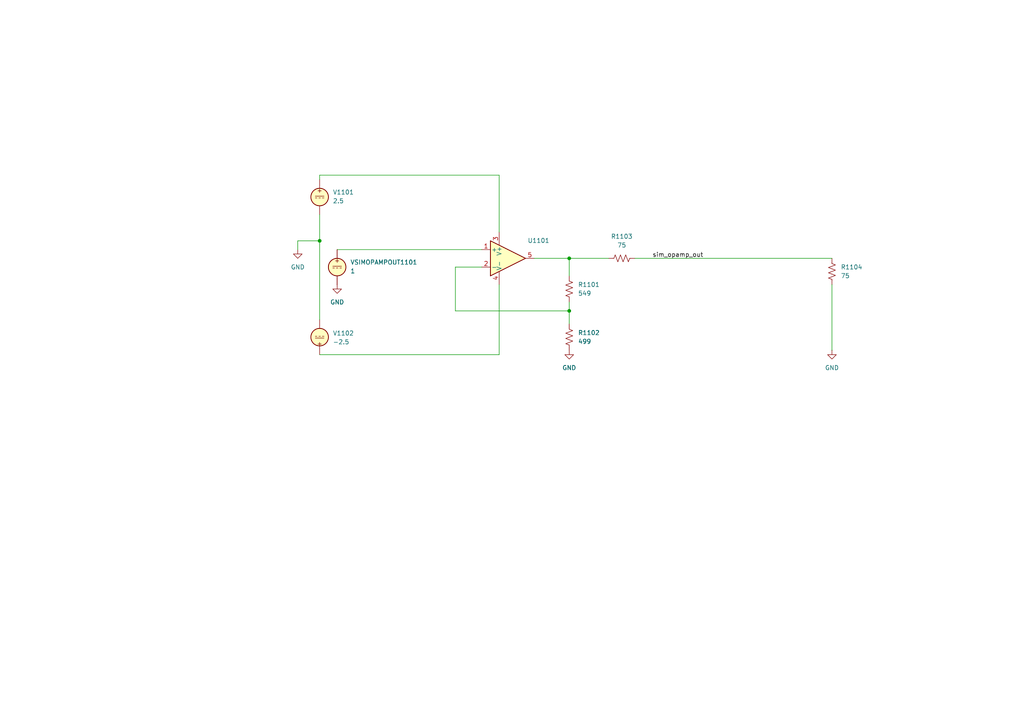
<source format=kicad_sch>
(kicad_sch (version 20250114) (generator "eeschema") (generator_version "9.0")
  (paper "A4")
  (lib_symbols
    (symbol "Device:R_US" (pin_numbers (hide yes)) (pin_names (offset 0))
      (property "Reference" "R" (at 2.54 0 90))
      (property "Value" "R_US" (at -2.54 0 90))
      (symbol "R_US_0_1"
        (polyline (pts (xy 0 2.286) (xy 0 2.54)))
        (polyline (pts (xy 0 2.286) (xy 1.016 1.905) (xy 0 1.524) (xy -1.016 1.143) (xy 0 0.762)))
        (polyline (pts (xy 0 0.762) (xy 1.016 0.381) (xy 0 0) (xy -1.016 -0.381) (xy 0 -0.762)))
        (polyline (pts (xy 0 -0.762) (xy 1.016 -1.143) (xy 0 -1.524) (xy -1.016 -1.905) (xy 0 -2.286)))
        (polyline (pts (xy 0 -2.286) (xy 0 -2.54)))
      )
      (symbol "R_US_1_1"
        (pin passive line (at 0 3.81 270) (length 1.27) (name "~") (number "1"))
        (pin passive line (at 0 -3.81 90) (length 1.27) (name "~") (number "2"))
      )
    )
    (symbol "Simulation_SPICE:OPAMP" (pin_names (offset 0.254))
      (property "Reference" "U" (at 3.81 3.175 0))
      (property "Value" "${SIM.PARAMS}" (at 3.81 -3.175 0))
      (symbol "OPAMP_0_1"
        (polyline (pts (xy 5.08 0) (xy -5.08 5.08) (xy -5.08 -5.08) (xy 5.08 0)) (stroke (width 0.254)) (fill (type background)))
      )
      (symbol "OPAMP_1_1"
        (pin input line (at -7.62 2.54 0) (length 2.54) (name "+") (number "1"))
        (pin input line (at -7.62 -2.54 0) (length 2.54) (name "-") (number "2"))
        (pin power_in line (at -2.54 7.62 270) (length 3.81) (name "V+") (number "3"))
        (pin power_in line (at -2.54 -7.62 90) (length 3.81) (name "V-") (number "4"))
        (pin output line (at 7.62 0 180) (length 2.54) (name "~") (number "5"))
      )
    )
    (symbol "Simulation_SPICE:VDC" (pin_numbers (hide yes)) (pin_names (offset 0.0254))
      (property "Reference" "V" (at 2.54 2.54 0))
      (property "Value" "1" (at 2.54 0 0))
      (symbol "VDC_0_0"
        (polyline (pts (xy -1.27 0.254) (xy 1.27 0.254)))
        (polyline (pts (xy -0.762 -0.254) (xy -1.27 -0.254)))
        (polyline (pts (xy 0.254 -0.254) (xy -0.254 -0.254)))
        (polyline (pts (xy 1.27 -0.254) (xy 0.762 -0.254)))
        (text "+" (at 0 1.905 0) (effects (font (size 1.27 1.27))))
      )
      (symbol "VDC_0_1"
        (circle (center 0 0) (radius 2.54) (stroke (width 0.254)) (fill (type background)))
      )
      (symbol "VDC_1_1"
        (pin passive line (at 0 5.08 270) (length 2.54) (name "~") (number "1"))
        (pin passive line (at 0 -5.08 90) (length 2.54) (name "~") (number "2"))
      )
    )
    (symbol "power:GND" (power) (pin_numbers (hide yes)) (pin_names (offset 0) (hide yes))
      (property "Value" "GND" (at 0 -3.81 0))
      (symbol "GND_0_1"
        (polyline (pts (xy 0 0) (xy 0 -1.27) (xy 1.27 -1.27) (xy 0 -2.54) (xy -1.27 -1.27) (xy 0 -1.27)))
      )
      (symbol "GND_1_1"
        (pin power_in line (at 0 0 270) (length 0) (name "~") (number "1"))
      )
    )
  )
  (junction (at 165.1 74.93))
  (junction (at 92.71 69.85))
  (junction (at 165.1 90.17))
  (wire (pts (xy 144.78 82.55) (xy 144.78 102.87)))
  (wire (pts (xy 144.78 102.87) (xy 92.71 102.87)))
  (wire (pts (xy 92.71 92.71) (xy 92.71 69.85)))
  (wire (pts (xy 165.1 87.63) (xy 165.1 90.17)))
  (wire (pts (xy 92.71 69.85) (xy 86.36 69.85)))
  (wire (pts (xy 132.08 90.17) (xy 132.08 77.47)))
  (wire (pts (xy 154.94 74.93) (xy 165.1 74.93)))
  (wire (pts (xy 92.71 52.07) (xy 92.71 50.8)))
  (wire (pts (xy 97.79 72.39) (xy 139.7 72.39)))
  (wire (pts (xy 92.71 62.23) (xy 92.71 69.85)))
  (wire (pts (xy 165.1 74.93) (xy 176.53 74.93)))
  (wire (pts (xy 86.36 69.85) (xy 86.36 72.39)))
  (wire (pts (xy 184.15 74.93) (xy 241.3 74.93)))
  (wire (pts (xy 144.78 50.8) (xy 144.78 67.31)))
  (wire (pts (xy 132.08 90.17) (xy 165.1 90.17)))
  (wire (pts (xy 132.08 77.47) (xy 139.7 77.47)))
  (wire (pts (xy 165.1 90.17) (xy 165.1 93.98)))
  (wire (pts (xy 92.71 50.8) (xy 144.78 50.8)))
  (wire (pts (xy 165.1 74.93) (xy 165.1 80.01)))
  (wire (pts (xy 241.3 82.55) (xy 241.3 101.6)))
  (label "sim_opamp_out" (at 189.23 74.93 0))
  (symbol (lib_id "Simulation_SPICE:VDC") (at 92.71 97.79 180) (unit 1)
    (property "Reference" "V1102" (at 96.52 96.6497 0) (effects (justify right)))
    (property "Value" "-2.5" (at 96.52 99.1897 0) (effects (justify right)))
    (property "Datasheet" "https://ngspice.sourceforge.io/docs/ngspice-html-manual/manual.xhtml#sec_Independent_Sources_for" (effects (hide yes)))
    (property "Description" "Voltage source, DC" (effects (hide yes)))
    (property "Sim.Pins" "1=+ 2=-" (effects (hide yes)))
    (property "Sim.Type" "DC" (effects (hide yes)))
    (property "Sim.Device" "V" (effects (hide yes)))
  )
  (symbol (lib_id "power:GND") (at 241.3 101.6 0) (unit 1)
    (property "Reference" "#PWR01104" (effects (hide yes)))
    (property "Value" "GND" (at 241.3 106.68 0))
    (property "Description" "Power symbol creates a global label with name \"GND\" , ground" (effects (hide yes)))
  )
  (symbol (lib_id "Device:R_US") (at 165.1 83.82 0) (unit 1)
    (property "Reference" "R1101" (at 167.64 82.5499 0) (effects (justify left)))
    (property "Value" "549" (at 167.64 85.0899 0) (effects (justify left)))
    (property "Description" "Resistor, US symbol" (effects (hide yes)))
  )
  (symbol (lib_id "power:GND") (at 97.79 82.55 0) (unit 1)
    (property "Reference" "#PWR01102" (effects (hide yes)))
    (property "Value" "GND" (at 97.79 87.63 0))
    (property "Description" "Power symbol creates a global label with name \"GND\" , ground" (effects (hide yes)))
  )
  (symbol (lib_id "Device:R_US") (at 241.3 78.74 180) (unit 1)
    (property "Reference" "R1104" (at 243.84 77.4699 0) (effects (justify right)))
    (property "Value" "75" (at 243.84 80.0099 0) (effects (justify right)))
    (property "Description" "Resistor, US symbol" (effects (hide yes)))
  )
  (symbol (lib_id "power:GND") (at 165.1 101.6 0) (unit 1)
    (property "Reference" "#PWR01103" (effects (hide yes)))
    (property "Value" "GND" (at 165.1 106.68 0))
    (property "Description" "Power symbol creates a global label with name \"GND\" , ground" (effects (hide yes)))
  )
  (symbol (lib_id "Simulation_SPICE:OPAMP") (at 147.32 74.93 0) (unit 1)
    (property "Reference" "U1101" (at 156.21 69.7798 0))
    (property "Value" "${SIM.PARAMS}" (at 156.21 71.6849 0))
    (property "Datasheet" "https://ngspice.sourceforge.io/docs/ngspice-html-manual/manual.xhtml#sec__SUBCKT_Subcircuits" (effects (hide yes)))
    (property "Description" "Operational amplifier, single" (effects (hide yes)))
    (property "Sim.Pins" "1=in+ 2=in- 3=vcc 4=vee 5=out" (effects (hide yes)))
    (property "Sim.Device" "SUBCKT" (effects (hide yes)))
    (property "Sim.Library" "${KICAD9_SYMBOL_DIR}/Simulation_SPICE.sp" (effects (hide yes)))
    (property "Sim.Name" "kicad_builtin_opamp" (effects (hide yes)))
  )
  (symbol (lib_id "Simulation_SPICE:VDC") (at 92.71 57.15 0) (unit 1)
    (property "Reference" "V1101" (at 96.52 55.7501 0) (effects (justify left)))
    (property "Value" "2.5" (at 96.52 58.2901 0) (effects (justify left)))
    (property "Datasheet" "https://ngspice.sourceforge.io/docs/ngspice-html-manual/manual.xhtml#sec_Independent_Sources_for" (effects (hide yes)))
    (property "Description" "Voltage source, DC" (effects (hide yes)))
    (property "Sim.Pins" "1=+ 2=-" (effects (hide yes)))
    (property "Sim.Type" "DC" (effects (hide yes)))
    (property "Sim.Device" "V" (effects (hide yes)))
  )
  (symbol (lib_id "Device:R_US") (at 165.1 97.79 0) (unit 1)
    (property "Reference" "R1102" (at 167.64 96.5199 0) (effects (justify left)))
    (property "Value" "499" (at 167.64 99.0599 0) (effects (justify left)))
    (property "Description" "Resistor, US symbol" (effects (hide yes)))
  )
  (symbol (lib_id "Device:R_US") (at 180.34 74.93 90) (unit 1)
    (property "Reference" "R1103" (at 180.34 68.58 90))
    (property "Value" "75" (at 180.34 71.12 90))
    (property "Description" "Resistor, US symbol" (effects (hide yes)))
  )
  (symbol (lib_id "power:GND") (at 86.36 72.39 0) (unit 1)
    (property "Reference" "#PWR01101" (effects (hide yes)))
    (property "Value" "GND" (at 86.36 77.47 0))
    (property "Description" "Power symbol creates a global label with name \"GND\" , ground" (effects (hide yes)))
  )
  (symbol (lib_id "Simulation_SPICE:VDC") (at 97.79 77.47 0) (unit 1)
    (property "Reference" "VSIMOPAMPOUT1101" (at 101.6 76.0701 0) (effects (justify left)))
    (property "Value" "1" (at 101.6 78.6101 0) (effects (justify left)))
    (property "Datasheet" "https://ngspice.sourceforge.io/docs/ngspice-html-manual/manual.xhtml#sec_Independent_Sources_for" (effects (hide yes)))
    (property "Description" "Voltage source, DC" (effects (hide yes)))
    (property "Sim.Pins" "1=+ 2=-" (effects (hide yes)))
    (property "Sim.Type" "DC" (effects (hide yes)))
    (property "Sim.Device" "V" (effects (hide yes)))
  )
)
</source>
